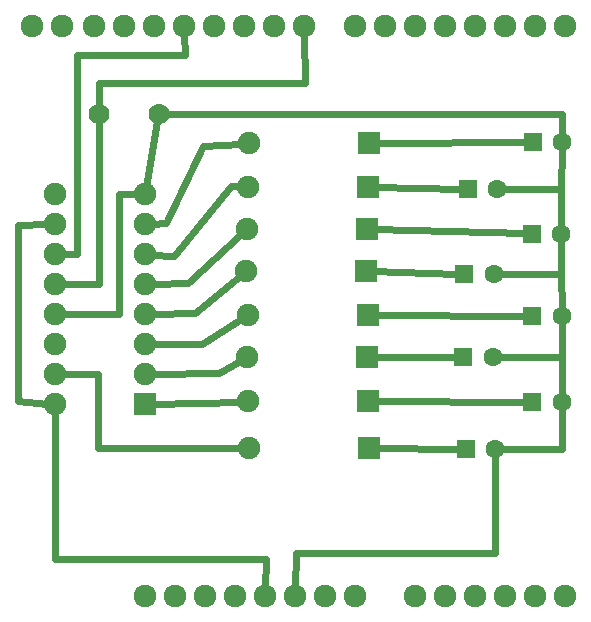
<source format=gbl>
G04 MADE WITH FRITZING*
G04 WWW.FRITZING.ORG*
G04 DOUBLE SIDED*
G04 HOLES PLATED*
G04 CONTOUR ON CENTER OF CONTOUR VECTOR*
%ASAXBY*%
%FSLAX23Y23*%
%MOIN*%
%OFA0B0*%
%SFA1.0B1.0*%
%ADD10C,0.075833*%
%ADD11C,0.075000*%
%ADD12C,0.070000*%
%ADD13C,0.062992*%
%ADD14R,0.075000X0.075000*%
%ADD15R,0.062992X0.062992*%
%ADD16C,0.024000*%
%LNCOPPER0*%
G90*
G70*
G54D10*
X734Y1997D03*
X834Y1997D03*
X941Y1997D03*
X1041Y1997D03*
X1141Y1997D03*
X1241Y1997D03*
X1341Y1997D03*
X1441Y1997D03*
X1541Y1997D03*
X1641Y1997D03*
X1811Y1997D03*
X1911Y1997D03*
X2011Y1997D03*
X2111Y1997D03*
X2211Y1997D03*
X2311Y1997D03*
X2411Y1997D03*
X2511Y1997D03*
X1111Y97D03*
X1211Y97D03*
X1311Y97D03*
X1411Y97D03*
X1511Y97D03*
X1611Y97D03*
X1711Y97D03*
X1811Y97D03*
X2011Y97D03*
X2111Y97D03*
X2211Y97D03*
X2311Y97D03*
X2411Y97D03*
X2511Y97D03*
G54D11*
X1108Y735D03*
X808Y735D03*
X1108Y835D03*
X808Y835D03*
X1108Y935D03*
X808Y935D03*
X1108Y1035D03*
X808Y1035D03*
X1108Y1135D03*
X808Y1135D03*
X1108Y1235D03*
X808Y1235D03*
X1108Y1335D03*
X808Y1335D03*
X1108Y1435D03*
X808Y1435D03*
G54D12*
X956Y1704D03*
X1156Y1704D03*
G54D11*
X1856Y588D03*
X1456Y588D03*
X1846Y1180D03*
X1446Y1180D03*
X1852Y1461D03*
X1452Y1461D03*
X1849Y1320D03*
X1449Y1320D03*
X1852Y1034D03*
X1452Y1034D03*
X1855Y1605D03*
X1455Y1605D03*
X1852Y747D03*
X1452Y747D03*
X1848Y894D03*
X1448Y894D03*
G54D13*
X2178Y585D03*
X2277Y585D03*
X2401Y1031D03*
X2499Y1031D03*
X2171Y894D03*
X2269Y894D03*
X2174Y1171D03*
X2272Y1171D03*
X2402Y1611D03*
X2500Y1611D03*
X2185Y1454D03*
X2283Y1454D03*
X2401Y744D03*
X2499Y744D03*
X2399Y1304D03*
X2497Y1304D03*
G54D14*
X1108Y735D03*
X1856Y588D03*
X1846Y1180D03*
X1852Y1461D03*
X1849Y1320D03*
X1852Y1034D03*
X1855Y1605D03*
X1852Y747D03*
X1848Y894D03*
G54D15*
X2178Y585D03*
X2401Y1031D03*
X2171Y894D03*
X2174Y1171D03*
X2402Y1611D03*
X2185Y1454D03*
X2401Y744D03*
X2399Y1304D03*
G54D16*
X2162Y1454D02*
X1876Y1461D01*
D02*
X1874Y1319D02*
X2376Y1305D01*
D02*
X1880Y1605D02*
X2379Y1611D01*
D02*
X2151Y1171D02*
X1870Y1179D01*
D02*
X1876Y1034D02*
X2378Y1031D01*
D02*
X2148Y894D02*
X1873Y894D01*
D02*
X2378Y744D02*
X1876Y747D01*
D02*
X2155Y586D02*
X1880Y588D01*
D02*
X1355Y839D02*
X1427Y881D01*
D02*
X1133Y836D02*
X1355Y839D01*
D02*
X1434Y742D02*
X1134Y735D01*
D02*
X1298Y936D02*
X1431Y1021D01*
D02*
X1133Y936D02*
X1298Y936D01*
D02*
X1275Y1039D02*
X1426Y1164D01*
D02*
X1133Y1036D02*
X1275Y1039D01*
D02*
X1252Y1139D02*
X1430Y1303D01*
D02*
X1133Y1136D02*
X1252Y1139D01*
D02*
X1396Y1464D02*
X1206Y1231D01*
D02*
X1206Y1231D02*
X1133Y1234D01*
D02*
X1427Y1463D02*
X1396Y1464D01*
D02*
X1178Y1339D02*
X1303Y1597D01*
D02*
X1303Y1597D02*
X1430Y1604D01*
D02*
X1133Y1337D02*
X1178Y1339D01*
D02*
X783Y737D02*
X685Y745D01*
D02*
X686Y1332D02*
X783Y1335D01*
D02*
X686Y745D02*
X686Y1332D01*
D02*
X953Y835D02*
X953Y588D01*
D02*
X833Y835D02*
X953Y835D01*
D02*
X953Y588D02*
X1431Y588D01*
D02*
X882Y1235D02*
X882Y1901D01*
D02*
X833Y1235D02*
X882Y1235D01*
D02*
X1242Y1901D02*
X1241Y1972D01*
D02*
X882Y1901D02*
X1242Y1901D01*
D02*
X1512Y219D02*
X1511Y122D01*
D02*
X808Y219D02*
X1512Y219D01*
D02*
X808Y711D02*
X808Y219D01*
D02*
X2499Y585D02*
X2300Y585D01*
D02*
X2499Y721D02*
X2499Y585D01*
D02*
X1112Y1460D02*
X1151Y1681D01*
D02*
X2500Y1704D02*
X2500Y1634D01*
D02*
X1179Y1704D02*
X2500Y1704D01*
D02*
X1612Y238D02*
X2277Y238D01*
D02*
X1611Y122D02*
X1612Y238D01*
D02*
X2277Y238D02*
X2277Y562D01*
D02*
X956Y1807D02*
X956Y1728D01*
D02*
X1642Y1807D02*
X956Y1807D01*
D02*
X1641Y1972D02*
X1642Y1807D01*
D02*
X956Y1135D02*
X956Y1681D01*
D02*
X833Y1135D02*
X956Y1135D01*
D02*
X1024Y1435D02*
X1083Y1435D01*
D02*
X1024Y1035D02*
X1024Y1435D01*
D02*
X833Y1035D02*
X1024Y1035D01*
D02*
X2499Y894D02*
X2499Y766D01*
D02*
X2499Y1008D02*
X2499Y894D01*
D02*
X2497Y1454D02*
X2497Y1327D01*
D02*
X2500Y1588D02*
X2497Y1454D01*
D02*
X2497Y1171D02*
X2499Y1053D01*
D02*
X2497Y1281D02*
X2497Y1171D01*
D02*
X2306Y1454D02*
X2497Y1454D01*
D02*
X2295Y1171D02*
X2497Y1171D01*
D02*
X2292Y894D02*
X2499Y894D01*
G04 End of Copper0*
M02*
</source>
